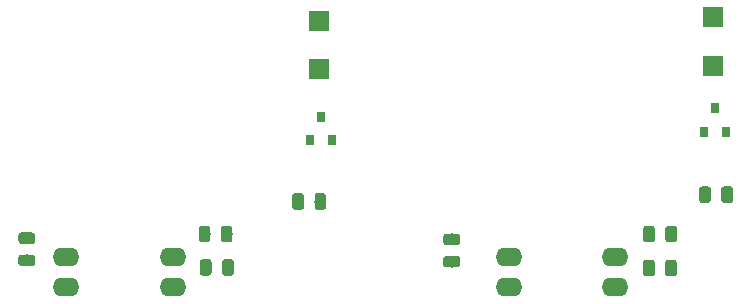
<source format=gtp>
G04 #@! TF.GenerationSoftware,KiCad,Pcbnew,(5.0.1)-3*
G04 #@! TF.CreationDate,2022-08-31T13:01:13+05:45*
G04 #@! TF.ProjectId,Relay-board,52656C61792D626F6172642E6B696361,rev?*
G04 #@! TF.SameCoordinates,Original*
G04 #@! TF.FileFunction,Paste,Top*
G04 #@! TF.FilePolarity,Positive*
%FSLAX46Y46*%
G04 Gerber Fmt 4.6, Leading zero omitted, Abs format (unit mm)*
G04 Created by KiCad (PCBNEW (5.0.1)-3) date 8/31/2022 1:01:13 PM*
%MOMM*%
%LPD*%
G01*
G04 APERTURE LIST*
%ADD10C,0.100000*%
%ADD11C,0.975000*%
%ADD12R,1.700000X1.800000*%
%ADD13O,2.250000X1.600000*%
%ADD14R,0.800000X0.900000*%
G04 APERTURE END LIST*
D10*
G04 #@! TO.C,DL1*
G36*
X168100142Y-93441174D02*
X168123803Y-93444684D01*
X168147007Y-93450496D01*
X168169529Y-93458554D01*
X168191153Y-93468782D01*
X168211670Y-93481079D01*
X168230883Y-93495329D01*
X168248607Y-93511393D01*
X168264671Y-93529117D01*
X168278921Y-93548330D01*
X168291218Y-93568847D01*
X168301446Y-93590471D01*
X168309504Y-93612993D01*
X168315316Y-93636197D01*
X168318826Y-93659858D01*
X168320000Y-93683750D01*
X168320000Y-94596250D01*
X168318826Y-94620142D01*
X168315316Y-94643803D01*
X168309504Y-94667007D01*
X168301446Y-94689529D01*
X168291218Y-94711153D01*
X168278921Y-94731670D01*
X168264671Y-94750883D01*
X168248607Y-94768607D01*
X168230883Y-94784671D01*
X168211670Y-94798921D01*
X168191153Y-94811218D01*
X168169529Y-94821446D01*
X168147007Y-94829504D01*
X168123803Y-94835316D01*
X168100142Y-94838826D01*
X168076250Y-94840000D01*
X167588750Y-94840000D01*
X167564858Y-94838826D01*
X167541197Y-94835316D01*
X167517993Y-94829504D01*
X167495471Y-94821446D01*
X167473847Y-94811218D01*
X167453330Y-94798921D01*
X167434117Y-94784671D01*
X167416393Y-94768607D01*
X167400329Y-94750883D01*
X167386079Y-94731670D01*
X167373782Y-94711153D01*
X167363554Y-94689529D01*
X167355496Y-94667007D01*
X167349684Y-94643803D01*
X167346174Y-94620142D01*
X167345000Y-94596250D01*
X167345000Y-93683750D01*
X167346174Y-93659858D01*
X167349684Y-93636197D01*
X167355496Y-93612993D01*
X167363554Y-93590471D01*
X167373782Y-93568847D01*
X167386079Y-93548330D01*
X167400329Y-93529117D01*
X167416393Y-93511393D01*
X167434117Y-93495329D01*
X167453330Y-93481079D01*
X167473847Y-93468782D01*
X167495471Y-93458554D01*
X167517993Y-93450496D01*
X167541197Y-93444684D01*
X167564858Y-93441174D01*
X167588750Y-93440000D01*
X168076250Y-93440000D01*
X168100142Y-93441174D01*
X168100142Y-93441174D01*
G37*
D11*
X167832500Y-94140000D03*
D10*
G36*
X169975142Y-93441174D02*
X169998803Y-93444684D01*
X170022007Y-93450496D01*
X170044529Y-93458554D01*
X170066153Y-93468782D01*
X170086670Y-93481079D01*
X170105883Y-93495329D01*
X170123607Y-93511393D01*
X170139671Y-93529117D01*
X170153921Y-93548330D01*
X170166218Y-93568847D01*
X170176446Y-93590471D01*
X170184504Y-93612993D01*
X170190316Y-93636197D01*
X170193826Y-93659858D01*
X170195000Y-93683750D01*
X170195000Y-94596250D01*
X170193826Y-94620142D01*
X170190316Y-94643803D01*
X170184504Y-94667007D01*
X170176446Y-94689529D01*
X170166218Y-94711153D01*
X170153921Y-94731670D01*
X170139671Y-94750883D01*
X170123607Y-94768607D01*
X170105883Y-94784671D01*
X170086670Y-94798921D01*
X170066153Y-94811218D01*
X170044529Y-94821446D01*
X170022007Y-94829504D01*
X169998803Y-94835316D01*
X169975142Y-94838826D01*
X169951250Y-94840000D01*
X169463750Y-94840000D01*
X169439858Y-94838826D01*
X169416197Y-94835316D01*
X169392993Y-94829504D01*
X169370471Y-94821446D01*
X169348847Y-94811218D01*
X169328330Y-94798921D01*
X169309117Y-94784671D01*
X169291393Y-94768607D01*
X169275329Y-94750883D01*
X169261079Y-94731670D01*
X169248782Y-94711153D01*
X169238554Y-94689529D01*
X169230496Y-94667007D01*
X169224684Y-94643803D01*
X169221174Y-94620142D01*
X169220000Y-94596250D01*
X169220000Y-93683750D01*
X169221174Y-93659858D01*
X169224684Y-93636197D01*
X169230496Y-93612993D01*
X169238554Y-93590471D01*
X169248782Y-93568847D01*
X169261079Y-93548330D01*
X169275329Y-93529117D01*
X169291393Y-93511393D01*
X169309117Y-93495329D01*
X169328330Y-93481079D01*
X169348847Y-93468782D01*
X169370471Y-93458554D01*
X169392993Y-93450496D01*
X169416197Y-93444684D01*
X169439858Y-93441174D01*
X169463750Y-93440000D01*
X169951250Y-93440000D01*
X169975142Y-93441174D01*
X169975142Y-93441174D01*
G37*
D11*
X169707500Y-94140000D03*
G04 #@! TD*
D10*
G04 #@! TO.C,DL2*
G36*
X132457642Y-93381174D02*
X132481303Y-93384684D01*
X132504507Y-93390496D01*
X132527029Y-93398554D01*
X132548653Y-93408782D01*
X132569170Y-93421079D01*
X132588383Y-93435329D01*
X132606107Y-93451393D01*
X132622171Y-93469117D01*
X132636421Y-93488330D01*
X132648718Y-93508847D01*
X132658946Y-93530471D01*
X132667004Y-93552993D01*
X132672816Y-93576197D01*
X132676326Y-93599858D01*
X132677500Y-93623750D01*
X132677500Y-94536250D01*
X132676326Y-94560142D01*
X132672816Y-94583803D01*
X132667004Y-94607007D01*
X132658946Y-94629529D01*
X132648718Y-94651153D01*
X132636421Y-94671670D01*
X132622171Y-94690883D01*
X132606107Y-94708607D01*
X132588383Y-94724671D01*
X132569170Y-94738921D01*
X132548653Y-94751218D01*
X132527029Y-94761446D01*
X132504507Y-94769504D01*
X132481303Y-94775316D01*
X132457642Y-94778826D01*
X132433750Y-94780000D01*
X131946250Y-94780000D01*
X131922358Y-94778826D01*
X131898697Y-94775316D01*
X131875493Y-94769504D01*
X131852971Y-94761446D01*
X131831347Y-94751218D01*
X131810830Y-94738921D01*
X131791617Y-94724671D01*
X131773893Y-94708607D01*
X131757829Y-94690883D01*
X131743579Y-94671670D01*
X131731282Y-94651153D01*
X131721054Y-94629529D01*
X131712996Y-94607007D01*
X131707184Y-94583803D01*
X131703674Y-94560142D01*
X131702500Y-94536250D01*
X131702500Y-93623750D01*
X131703674Y-93599858D01*
X131707184Y-93576197D01*
X131712996Y-93552993D01*
X131721054Y-93530471D01*
X131731282Y-93508847D01*
X131743579Y-93488330D01*
X131757829Y-93469117D01*
X131773893Y-93451393D01*
X131791617Y-93435329D01*
X131810830Y-93421079D01*
X131831347Y-93408782D01*
X131852971Y-93398554D01*
X131875493Y-93390496D01*
X131898697Y-93384684D01*
X131922358Y-93381174D01*
X131946250Y-93380000D01*
X132433750Y-93380000D01*
X132457642Y-93381174D01*
X132457642Y-93381174D01*
G37*
D11*
X132190000Y-94080000D03*
D10*
G36*
X130582642Y-93381174D02*
X130606303Y-93384684D01*
X130629507Y-93390496D01*
X130652029Y-93398554D01*
X130673653Y-93408782D01*
X130694170Y-93421079D01*
X130713383Y-93435329D01*
X130731107Y-93451393D01*
X130747171Y-93469117D01*
X130761421Y-93488330D01*
X130773718Y-93508847D01*
X130783946Y-93530471D01*
X130792004Y-93552993D01*
X130797816Y-93576197D01*
X130801326Y-93599858D01*
X130802500Y-93623750D01*
X130802500Y-94536250D01*
X130801326Y-94560142D01*
X130797816Y-94583803D01*
X130792004Y-94607007D01*
X130783946Y-94629529D01*
X130773718Y-94651153D01*
X130761421Y-94671670D01*
X130747171Y-94690883D01*
X130731107Y-94708607D01*
X130713383Y-94724671D01*
X130694170Y-94738921D01*
X130673653Y-94751218D01*
X130652029Y-94761446D01*
X130629507Y-94769504D01*
X130606303Y-94775316D01*
X130582642Y-94778826D01*
X130558750Y-94780000D01*
X130071250Y-94780000D01*
X130047358Y-94778826D01*
X130023697Y-94775316D01*
X130000493Y-94769504D01*
X129977971Y-94761446D01*
X129956347Y-94751218D01*
X129935830Y-94738921D01*
X129916617Y-94724671D01*
X129898893Y-94708607D01*
X129882829Y-94690883D01*
X129868579Y-94671670D01*
X129856282Y-94651153D01*
X129846054Y-94629529D01*
X129837996Y-94607007D01*
X129832184Y-94583803D01*
X129828674Y-94560142D01*
X129827500Y-94536250D01*
X129827500Y-93623750D01*
X129828674Y-93599858D01*
X129832184Y-93576197D01*
X129837996Y-93552993D01*
X129846054Y-93530471D01*
X129856282Y-93508847D01*
X129868579Y-93488330D01*
X129882829Y-93469117D01*
X129898893Y-93451393D01*
X129916617Y-93435329D01*
X129935830Y-93421079D01*
X129956347Y-93408782D01*
X129977971Y-93398554D01*
X130000493Y-93390496D01*
X130023697Y-93384684D01*
X130047358Y-93381174D01*
X130071250Y-93380000D01*
X130558750Y-93380000D01*
X130582642Y-93381174D01*
X130582642Y-93381174D01*
G37*
D11*
X130315000Y-94080000D03*
G04 #@! TD*
D10*
G04 #@! TO.C,R1*
G36*
X151610142Y-91233674D02*
X151633803Y-91237184D01*
X151657007Y-91242996D01*
X151679529Y-91251054D01*
X151701153Y-91261282D01*
X151721670Y-91273579D01*
X151740883Y-91287829D01*
X151758607Y-91303893D01*
X151774671Y-91321617D01*
X151788921Y-91340830D01*
X151801218Y-91361347D01*
X151811446Y-91382971D01*
X151819504Y-91405493D01*
X151825316Y-91428697D01*
X151828826Y-91452358D01*
X151830000Y-91476250D01*
X151830000Y-91963750D01*
X151828826Y-91987642D01*
X151825316Y-92011303D01*
X151819504Y-92034507D01*
X151811446Y-92057029D01*
X151801218Y-92078653D01*
X151788921Y-92099170D01*
X151774671Y-92118383D01*
X151758607Y-92136107D01*
X151740883Y-92152171D01*
X151721670Y-92166421D01*
X151701153Y-92178718D01*
X151679529Y-92188946D01*
X151657007Y-92197004D01*
X151633803Y-92202816D01*
X151610142Y-92206326D01*
X151586250Y-92207500D01*
X150673750Y-92207500D01*
X150649858Y-92206326D01*
X150626197Y-92202816D01*
X150602993Y-92197004D01*
X150580471Y-92188946D01*
X150558847Y-92178718D01*
X150538330Y-92166421D01*
X150519117Y-92152171D01*
X150501393Y-92136107D01*
X150485329Y-92118383D01*
X150471079Y-92099170D01*
X150458782Y-92078653D01*
X150448554Y-92057029D01*
X150440496Y-92034507D01*
X150434684Y-92011303D01*
X150431174Y-91987642D01*
X150430000Y-91963750D01*
X150430000Y-91476250D01*
X150431174Y-91452358D01*
X150434684Y-91428697D01*
X150440496Y-91405493D01*
X150448554Y-91382971D01*
X150458782Y-91361347D01*
X150471079Y-91340830D01*
X150485329Y-91321617D01*
X150501393Y-91303893D01*
X150519117Y-91287829D01*
X150538330Y-91273579D01*
X150558847Y-91261282D01*
X150580471Y-91251054D01*
X150602993Y-91242996D01*
X150626197Y-91237184D01*
X150649858Y-91233674D01*
X150673750Y-91232500D01*
X151586250Y-91232500D01*
X151610142Y-91233674D01*
X151610142Y-91233674D01*
G37*
D11*
X151130000Y-91720000D03*
D10*
G36*
X151610142Y-93108674D02*
X151633803Y-93112184D01*
X151657007Y-93117996D01*
X151679529Y-93126054D01*
X151701153Y-93136282D01*
X151721670Y-93148579D01*
X151740883Y-93162829D01*
X151758607Y-93178893D01*
X151774671Y-93196617D01*
X151788921Y-93215830D01*
X151801218Y-93236347D01*
X151811446Y-93257971D01*
X151819504Y-93280493D01*
X151825316Y-93303697D01*
X151828826Y-93327358D01*
X151830000Y-93351250D01*
X151830000Y-93838750D01*
X151828826Y-93862642D01*
X151825316Y-93886303D01*
X151819504Y-93909507D01*
X151811446Y-93932029D01*
X151801218Y-93953653D01*
X151788921Y-93974170D01*
X151774671Y-93993383D01*
X151758607Y-94011107D01*
X151740883Y-94027171D01*
X151721670Y-94041421D01*
X151701153Y-94053718D01*
X151679529Y-94063946D01*
X151657007Y-94072004D01*
X151633803Y-94077816D01*
X151610142Y-94081326D01*
X151586250Y-94082500D01*
X150673750Y-94082500D01*
X150649858Y-94081326D01*
X150626197Y-94077816D01*
X150602993Y-94072004D01*
X150580471Y-94063946D01*
X150558847Y-94053718D01*
X150538330Y-94041421D01*
X150519117Y-94027171D01*
X150501393Y-94011107D01*
X150485329Y-93993383D01*
X150471079Y-93974170D01*
X150458782Y-93953653D01*
X150448554Y-93932029D01*
X150440496Y-93909507D01*
X150434684Y-93886303D01*
X150431174Y-93862642D01*
X150430000Y-93838750D01*
X150430000Y-93351250D01*
X150431174Y-93327358D01*
X150434684Y-93303697D01*
X150440496Y-93280493D01*
X150448554Y-93257971D01*
X150458782Y-93236347D01*
X150471079Y-93215830D01*
X150485329Y-93196617D01*
X150501393Y-93178893D01*
X150519117Y-93162829D01*
X150538330Y-93148579D01*
X150558847Y-93136282D01*
X150580471Y-93126054D01*
X150602993Y-93117996D01*
X150626197Y-93112184D01*
X150649858Y-93108674D01*
X150673750Y-93107500D01*
X151586250Y-93107500D01*
X151610142Y-93108674D01*
X151610142Y-93108674D01*
G37*
D11*
X151130000Y-93595000D03*
G04 #@! TD*
D10*
G04 #@! TO.C,R2*
G36*
X169992642Y-90561174D02*
X170016303Y-90564684D01*
X170039507Y-90570496D01*
X170062029Y-90578554D01*
X170083653Y-90588782D01*
X170104170Y-90601079D01*
X170123383Y-90615329D01*
X170141107Y-90631393D01*
X170157171Y-90649117D01*
X170171421Y-90668330D01*
X170183718Y-90688847D01*
X170193946Y-90710471D01*
X170202004Y-90732993D01*
X170207816Y-90756197D01*
X170211326Y-90779858D01*
X170212500Y-90803750D01*
X170212500Y-91716250D01*
X170211326Y-91740142D01*
X170207816Y-91763803D01*
X170202004Y-91787007D01*
X170193946Y-91809529D01*
X170183718Y-91831153D01*
X170171421Y-91851670D01*
X170157171Y-91870883D01*
X170141107Y-91888607D01*
X170123383Y-91904671D01*
X170104170Y-91918921D01*
X170083653Y-91931218D01*
X170062029Y-91941446D01*
X170039507Y-91949504D01*
X170016303Y-91955316D01*
X169992642Y-91958826D01*
X169968750Y-91960000D01*
X169481250Y-91960000D01*
X169457358Y-91958826D01*
X169433697Y-91955316D01*
X169410493Y-91949504D01*
X169387971Y-91941446D01*
X169366347Y-91931218D01*
X169345830Y-91918921D01*
X169326617Y-91904671D01*
X169308893Y-91888607D01*
X169292829Y-91870883D01*
X169278579Y-91851670D01*
X169266282Y-91831153D01*
X169256054Y-91809529D01*
X169247996Y-91787007D01*
X169242184Y-91763803D01*
X169238674Y-91740142D01*
X169237500Y-91716250D01*
X169237500Y-90803750D01*
X169238674Y-90779858D01*
X169242184Y-90756197D01*
X169247996Y-90732993D01*
X169256054Y-90710471D01*
X169266282Y-90688847D01*
X169278579Y-90668330D01*
X169292829Y-90649117D01*
X169308893Y-90631393D01*
X169326617Y-90615329D01*
X169345830Y-90601079D01*
X169366347Y-90588782D01*
X169387971Y-90578554D01*
X169410493Y-90570496D01*
X169433697Y-90564684D01*
X169457358Y-90561174D01*
X169481250Y-90560000D01*
X169968750Y-90560000D01*
X169992642Y-90561174D01*
X169992642Y-90561174D01*
G37*
D11*
X169725000Y-91260000D03*
D10*
G36*
X168117642Y-90561174D02*
X168141303Y-90564684D01*
X168164507Y-90570496D01*
X168187029Y-90578554D01*
X168208653Y-90588782D01*
X168229170Y-90601079D01*
X168248383Y-90615329D01*
X168266107Y-90631393D01*
X168282171Y-90649117D01*
X168296421Y-90668330D01*
X168308718Y-90688847D01*
X168318946Y-90710471D01*
X168327004Y-90732993D01*
X168332816Y-90756197D01*
X168336326Y-90779858D01*
X168337500Y-90803750D01*
X168337500Y-91716250D01*
X168336326Y-91740142D01*
X168332816Y-91763803D01*
X168327004Y-91787007D01*
X168318946Y-91809529D01*
X168308718Y-91831153D01*
X168296421Y-91851670D01*
X168282171Y-91870883D01*
X168266107Y-91888607D01*
X168248383Y-91904671D01*
X168229170Y-91918921D01*
X168208653Y-91931218D01*
X168187029Y-91941446D01*
X168164507Y-91949504D01*
X168141303Y-91955316D01*
X168117642Y-91958826D01*
X168093750Y-91960000D01*
X167606250Y-91960000D01*
X167582358Y-91958826D01*
X167558697Y-91955316D01*
X167535493Y-91949504D01*
X167512971Y-91941446D01*
X167491347Y-91931218D01*
X167470830Y-91918921D01*
X167451617Y-91904671D01*
X167433893Y-91888607D01*
X167417829Y-91870883D01*
X167403579Y-91851670D01*
X167391282Y-91831153D01*
X167381054Y-91809529D01*
X167372996Y-91787007D01*
X167367184Y-91763803D01*
X167363674Y-91740142D01*
X167362500Y-91716250D01*
X167362500Y-90803750D01*
X167363674Y-90779858D01*
X167367184Y-90756197D01*
X167372996Y-90732993D01*
X167381054Y-90710471D01*
X167391282Y-90688847D01*
X167403579Y-90668330D01*
X167417829Y-90649117D01*
X167433893Y-90631393D01*
X167451617Y-90615329D01*
X167470830Y-90601079D01*
X167491347Y-90588782D01*
X167512971Y-90578554D01*
X167535493Y-90570496D01*
X167558697Y-90564684D01*
X167582358Y-90561174D01*
X167606250Y-90560000D01*
X168093750Y-90560000D01*
X168117642Y-90561174D01*
X168117642Y-90561174D01*
G37*
D11*
X167850000Y-91260000D03*
G04 #@! TD*
D10*
G04 #@! TO.C,R3*
G36*
X174725142Y-87231174D02*
X174748803Y-87234684D01*
X174772007Y-87240496D01*
X174794529Y-87248554D01*
X174816153Y-87258782D01*
X174836670Y-87271079D01*
X174855883Y-87285329D01*
X174873607Y-87301393D01*
X174889671Y-87319117D01*
X174903921Y-87338330D01*
X174916218Y-87358847D01*
X174926446Y-87380471D01*
X174934504Y-87402993D01*
X174940316Y-87426197D01*
X174943826Y-87449858D01*
X174945000Y-87473750D01*
X174945000Y-88386250D01*
X174943826Y-88410142D01*
X174940316Y-88433803D01*
X174934504Y-88457007D01*
X174926446Y-88479529D01*
X174916218Y-88501153D01*
X174903921Y-88521670D01*
X174889671Y-88540883D01*
X174873607Y-88558607D01*
X174855883Y-88574671D01*
X174836670Y-88588921D01*
X174816153Y-88601218D01*
X174794529Y-88611446D01*
X174772007Y-88619504D01*
X174748803Y-88625316D01*
X174725142Y-88628826D01*
X174701250Y-88630000D01*
X174213750Y-88630000D01*
X174189858Y-88628826D01*
X174166197Y-88625316D01*
X174142993Y-88619504D01*
X174120471Y-88611446D01*
X174098847Y-88601218D01*
X174078330Y-88588921D01*
X174059117Y-88574671D01*
X174041393Y-88558607D01*
X174025329Y-88540883D01*
X174011079Y-88521670D01*
X173998782Y-88501153D01*
X173988554Y-88479529D01*
X173980496Y-88457007D01*
X173974684Y-88433803D01*
X173971174Y-88410142D01*
X173970000Y-88386250D01*
X173970000Y-87473750D01*
X173971174Y-87449858D01*
X173974684Y-87426197D01*
X173980496Y-87402993D01*
X173988554Y-87380471D01*
X173998782Y-87358847D01*
X174011079Y-87338330D01*
X174025329Y-87319117D01*
X174041393Y-87301393D01*
X174059117Y-87285329D01*
X174078330Y-87271079D01*
X174098847Y-87258782D01*
X174120471Y-87248554D01*
X174142993Y-87240496D01*
X174166197Y-87234684D01*
X174189858Y-87231174D01*
X174213750Y-87230000D01*
X174701250Y-87230000D01*
X174725142Y-87231174D01*
X174725142Y-87231174D01*
G37*
D11*
X174457500Y-87930000D03*
D10*
G36*
X172850142Y-87231174D02*
X172873803Y-87234684D01*
X172897007Y-87240496D01*
X172919529Y-87248554D01*
X172941153Y-87258782D01*
X172961670Y-87271079D01*
X172980883Y-87285329D01*
X172998607Y-87301393D01*
X173014671Y-87319117D01*
X173028921Y-87338330D01*
X173041218Y-87358847D01*
X173051446Y-87380471D01*
X173059504Y-87402993D01*
X173065316Y-87426197D01*
X173068826Y-87449858D01*
X173070000Y-87473750D01*
X173070000Y-88386250D01*
X173068826Y-88410142D01*
X173065316Y-88433803D01*
X173059504Y-88457007D01*
X173051446Y-88479529D01*
X173041218Y-88501153D01*
X173028921Y-88521670D01*
X173014671Y-88540883D01*
X172998607Y-88558607D01*
X172980883Y-88574671D01*
X172961670Y-88588921D01*
X172941153Y-88601218D01*
X172919529Y-88611446D01*
X172897007Y-88619504D01*
X172873803Y-88625316D01*
X172850142Y-88628826D01*
X172826250Y-88630000D01*
X172338750Y-88630000D01*
X172314858Y-88628826D01*
X172291197Y-88625316D01*
X172267993Y-88619504D01*
X172245471Y-88611446D01*
X172223847Y-88601218D01*
X172203330Y-88588921D01*
X172184117Y-88574671D01*
X172166393Y-88558607D01*
X172150329Y-88540883D01*
X172136079Y-88521670D01*
X172123782Y-88501153D01*
X172113554Y-88479529D01*
X172105496Y-88457007D01*
X172099684Y-88433803D01*
X172096174Y-88410142D01*
X172095000Y-88386250D01*
X172095000Y-87473750D01*
X172096174Y-87449858D01*
X172099684Y-87426197D01*
X172105496Y-87402993D01*
X172113554Y-87380471D01*
X172123782Y-87358847D01*
X172136079Y-87338330D01*
X172150329Y-87319117D01*
X172166393Y-87301393D01*
X172184117Y-87285329D01*
X172203330Y-87271079D01*
X172223847Y-87258782D01*
X172245471Y-87248554D01*
X172267993Y-87240496D01*
X172291197Y-87234684D01*
X172314858Y-87231174D01*
X172338750Y-87230000D01*
X172826250Y-87230000D01*
X172850142Y-87231174D01*
X172850142Y-87231174D01*
G37*
D11*
X172582500Y-87930000D03*
G04 #@! TD*
D10*
G04 #@! TO.C,R4*
G36*
X115640142Y-91128674D02*
X115663803Y-91132184D01*
X115687007Y-91137996D01*
X115709529Y-91146054D01*
X115731153Y-91156282D01*
X115751670Y-91168579D01*
X115770883Y-91182829D01*
X115788607Y-91198893D01*
X115804671Y-91216617D01*
X115818921Y-91235830D01*
X115831218Y-91256347D01*
X115841446Y-91277971D01*
X115849504Y-91300493D01*
X115855316Y-91323697D01*
X115858826Y-91347358D01*
X115860000Y-91371250D01*
X115860000Y-91858750D01*
X115858826Y-91882642D01*
X115855316Y-91906303D01*
X115849504Y-91929507D01*
X115841446Y-91952029D01*
X115831218Y-91973653D01*
X115818921Y-91994170D01*
X115804671Y-92013383D01*
X115788607Y-92031107D01*
X115770883Y-92047171D01*
X115751670Y-92061421D01*
X115731153Y-92073718D01*
X115709529Y-92083946D01*
X115687007Y-92092004D01*
X115663803Y-92097816D01*
X115640142Y-92101326D01*
X115616250Y-92102500D01*
X114703750Y-92102500D01*
X114679858Y-92101326D01*
X114656197Y-92097816D01*
X114632993Y-92092004D01*
X114610471Y-92083946D01*
X114588847Y-92073718D01*
X114568330Y-92061421D01*
X114549117Y-92047171D01*
X114531393Y-92031107D01*
X114515329Y-92013383D01*
X114501079Y-91994170D01*
X114488782Y-91973653D01*
X114478554Y-91952029D01*
X114470496Y-91929507D01*
X114464684Y-91906303D01*
X114461174Y-91882642D01*
X114460000Y-91858750D01*
X114460000Y-91371250D01*
X114461174Y-91347358D01*
X114464684Y-91323697D01*
X114470496Y-91300493D01*
X114478554Y-91277971D01*
X114488782Y-91256347D01*
X114501079Y-91235830D01*
X114515329Y-91216617D01*
X114531393Y-91198893D01*
X114549117Y-91182829D01*
X114568330Y-91168579D01*
X114588847Y-91156282D01*
X114610471Y-91146054D01*
X114632993Y-91137996D01*
X114656197Y-91132184D01*
X114679858Y-91128674D01*
X114703750Y-91127500D01*
X115616250Y-91127500D01*
X115640142Y-91128674D01*
X115640142Y-91128674D01*
G37*
D11*
X115160000Y-91615000D03*
D10*
G36*
X115640142Y-93003674D02*
X115663803Y-93007184D01*
X115687007Y-93012996D01*
X115709529Y-93021054D01*
X115731153Y-93031282D01*
X115751670Y-93043579D01*
X115770883Y-93057829D01*
X115788607Y-93073893D01*
X115804671Y-93091617D01*
X115818921Y-93110830D01*
X115831218Y-93131347D01*
X115841446Y-93152971D01*
X115849504Y-93175493D01*
X115855316Y-93198697D01*
X115858826Y-93222358D01*
X115860000Y-93246250D01*
X115860000Y-93733750D01*
X115858826Y-93757642D01*
X115855316Y-93781303D01*
X115849504Y-93804507D01*
X115841446Y-93827029D01*
X115831218Y-93848653D01*
X115818921Y-93869170D01*
X115804671Y-93888383D01*
X115788607Y-93906107D01*
X115770883Y-93922171D01*
X115751670Y-93936421D01*
X115731153Y-93948718D01*
X115709529Y-93958946D01*
X115687007Y-93967004D01*
X115663803Y-93972816D01*
X115640142Y-93976326D01*
X115616250Y-93977500D01*
X114703750Y-93977500D01*
X114679858Y-93976326D01*
X114656197Y-93972816D01*
X114632993Y-93967004D01*
X114610471Y-93958946D01*
X114588847Y-93948718D01*
X114568330Y-93936421D01*
X114549117Y-93922171D01*
X114531393Y-93906107D01*
X114515329Y-93888383D01*
X114501079Y-93869170D01*
X114488782Y-93848653D01*
X114478554Y-93827029D01*
X114470496Y-93804507D01*
X114464684Y-93781303D01*
X114461174Y-93757642D01*
X114460000Y-93733750D01*
X114460000Y-93246250D01*
X114461174Y-93222358D01*
X114464684Y-93198697D01*
X114470496Y-93175493D01*
X114478554Y-93152971D01*
X114488782Y-93131347D01*
X114501079Y-93110830D01*
X114515329Y-93091617D01*
X114531393Y-93073893D01*
X114549117Y-93057829D01*
X114568330Y-93043579D01*
X114588847Y-93031282D01*
X114610471Y-93021054D01*
X114632993Y-93012996D01*
X114656197Y-93007184D01*
X114679858Y-93003674D01*
X114703750Y-93002500D01*
X115616250Y-93002500D01*
X115640142Y-93003674D01*
X115640142Y-93003674D01*
G37*
D11*
X115160000Y-93490000D03*
G04 #@! TD*
D10*
G04 #@! TO.C,R5*
G36*
X130480142Y-90561174D02*
X130503803Y-90564684D01*
X130527007Y-90570496D01*
X130549529Y-90578554D01*
X130571153Y-90588782D01*
X130591670Y-90601079D01*
X130610883Y-90615329D01*
X130628607Y-90631393D01*
X130644671Y-90649117D01*
X130658921Y-90668330D01*
X130671218Y-90688847D01*
X130681446Y-90710471D01*
X130689504Y-90732993D01*
X130695316Y-90756197D01*
X130698826Y-90779858D01*
X130700000Y-90803750D01*
X130700000Y-91716250D01*
X130698826Y-91740142D01*
X130695316Y-91763803D01*
X130689504Y-91787007D01*
X130681446Y-91809529D01*
X130671218Y-91831153D01*
X130658921Y-91851670D01*
X130644671Y-91870883D01*
X130628607Y-91888607D01*
X130610883Y-91904671D01*
X130591670Y-91918921D01*
X130571153Y-91931218D01*
X130549529Y-91941446D01*
X130527007Y-91949504D01*
X130503803Y-91955316D01*
X130480142Y-91958826D01*
X130456250Y-91960000D01*
X129968750Y-91960000D01*
X129944858Y-91958826D01*
X129921197Y-91955316D01*
X129897993Y-91949504D01*
X129875471Y-91941446D01*
X129853847Y-91931218D01*
X129833330Y-91918921D01*
X129814117Y-91904671D01*
X129796393Y-91888607D01*
X129780329Y-91870883D01*
X129766079Y-91851670D01*
X129753782Y-91831153D01*
X129743554Y-91809529D01*
X129735496Y-91787007D01*
X129729684Y-91763803D01*
X129726174Y-91740142D01*
X129725000Y-91716250D01*
X129725000Y-90803750D01*
X129726174Y-90779858D01*
X129729684Y-90756197D01*
X129735496Y-90732993D01*
X129743554Y-90710471D01*
X129753782Y-90688847D01*
X129766079Y-90668330D01*
X129780329Y-90649117D01*
X129796393Y-90631393D01*
X129814117Y-90615329D01*
X129833330Y-90601079D01*
X129853847Y-90588782D01*
X129875471Y-90578554D01*
X129897993Y-90570496D01*
X129921197Y-90564684D01*
X129944858Y-90561174D01*
X129968750Y-90560000D01*
X130456250Y-90560000D01*
X130480142Y-90561174D01*
X130480142Y-90561174D01*
G37*
D11*
X130212500Y-91260000D03*
D10*
G36*
X132355142Y-90561174D02*
X132378803Y-90564684D01*
X132402007Y-90570496D01*
X132424529Y-90578554D01*
X132446153Y-90588782D01*
X132466670Y-90601079D01*
X132485883Y-90615329D01*
X132503607Y-90631393D01*
X132519671Y-90649117D01*
X132533921Y-90668330D01*
X132546218Y-90688847D01*
X132556446Y-90710471D01*
X132564504Y-90732993D01*
X132570316Y-90756197D01*
X132573826Y-90779858D01*
X132575000Y-90803750D01*
X132575000Y-91716250D01*
X132573826Y-91740142D01*
X132570316Y-91763803D01*
X132564504Y-91787007D01*
X132556446Y-91809529D01*
X132546218Y-91831153D01*
X132533921Y-91851670D01*
X132519671Y-91870883D01*
X132503607Y-91888607D01*
X132485883Y-91904671D01*
X132466670Y-91918921D01*
X132446153Y-91931218D01*
X132424529Y-91941446D01*
X132402007Y-91949504D01*
X132378803Y-91955316D01*
X132355142Y-91958826D01*
X132331250Y-91960000D01*
X131843750Y-91960000D01*
X131819858Y-91958826D01*
X131796197Y-91955316D01*
X131772993Y-91949504D01*
X131750471Y-91941446D01*
X131728847Y-91931218D01*
X131708330Y-91918921D01*
X131689117Y-91904671D01*
X131671393Y-91888607D01*
X131655329Y-91870883D01*
X131641079Y-91851670D01*
X131628782Y-91831153D01*
X131618554Y-91809529D01*
X131610496Y-91787007D01*
X131604684Y-91763803D01*
X131601174Y-91740142D01*
X131600000Y-91716250D01*
X131600000Y-90803750D01*
X131601174Y-90779858D01*
X131604684Y-90756197D01*
X131610496Y-90732993D01*
X131618554Y-90710471D01*
X131628782Y-90688847D01*
X131641079Y-90668330D01*
X131655329Y-90649117D01*
X131671393Y-90631393D01*
X131689117Y-90615329D01*
X131708330Y-90601079D01*
X131728847Y-90588782D01*
X131750471Y-90578554D01*
X131772993Y-90570496D01*
X131796197Y-90564684D01*
X131819858Y-90561174D01*
X131843750Y-90560000D01*
X132331250Y-90560000D01*
X132355142Y-90561174D01*
X132355142Y-90561174D01*
G37*
D11*
X132087500Y-91260000D03*
G04 #@! TD*
D10*
G04 #@! TO.C,R6*
G36*
X140277642Y-87811174D02*
X140301303Y-87814684D01*
X140324507Y-87820496D01*
X140347029Y-87828554D01*
X140368653Y-87838782D01*
X140389170Y-87851079D01*
X140408383Y-87865329D01*
X140426107Y-87881393D01*
X140442171Y-87899117D01*
X140456421Y-87918330D01*
X140468718Y-87938847D01*
X140478946Y-87960471D01*
X140487004Y-87982993D01*
X140492816Y-88006197D01*
X140496326Y-88029858D01*
X140497500Y-88053750D01*
X140497500Y-88966250D01*
X140496326Y-88990142D01*
X140492816Y-89013803D01*
X140487004Y-89037007D01*
X140478946Y-89059529D01*
X140468718Y-89081153D01*
X140456421Y-89101670D01*
X140442171Y-89120883D01*
X140426107Y-89138607D01*
X140408383Y-89154671D01*
X140389170Y-89168921D01*
X140368653Y-89181218D01*
X140347029Y-89191446D01*
X140324507Y-89199504D01*
X140301303Y-89205316D01*
X140277642Y-89208826D01*
X140253750Y-89210000D01*
X139766250Y-89210000D01*
X139742358Y-89208826D01*
X139718697Y-89205316D01*
X139695493Y-89199504D01*
X139672971Y-89191446D01*
X139651347Y-89181218D01*
X139630830Y-89168921D01*
X139611617Y-89154671D01*
X139593893Y-89138607D01*
X139577829Y-89120883D01*
X139563579Y-89101670D01*
X139551282Y-89081153D01*
X139541054Y-89059529D01*
X139532996Y-89037007D01*
X139527184Y-89013803D01*
X139523674Y-88990142D01*
X139522500Y-88966250D01*
X139522500Y-88053750D01*
X139523674Y-88029858D01*
X139527184Y-88006197D01*
X139532996Y-87982993D01*
X139541054Y-87960471D01*
X139551282Y-87938847D01*
X139563579Y-87918330D01*
X139577829Y-87899117D01*
X139593893Y-87881393D01*
X139611617Y-87865329D01*
X139630830Y-87851079D01*
X139651347Y-87838782D01*
X139672971Y-87828554D01*
X139695493Y-87820496D01*
X139718697Y-87814684D01*
X139742358Y-87811174D01*
X139766250Y-87810000D01*
X140253750Y-87810000D01*
X140277642Y-87811174D01*
X140277642Y-87811174D01*
G37*
D11*
X140010000Y-88510000D03*
D10*
G36*
X138402642Y-87811174D02*
X138426303Y-87814684D01*
X138449507Y-87820496D01*
X138472029Y-87828554D01*
X138493653Y-87838782D01*
X138514170Y-87851079D01*
X138533383Y-87865329D01*
X138551107Y-87881393D01*
X138567171Y-87899117D01*
X138581421Y-87918330D01*
X138593718Y-87938847D01*
X138603946Y-87960471D01*
X138612004Y-87982993D01*
X138617816Y-88006197D01*
X138621326Y-88029858D01*
X138622500Y-88053750D01*
X138622500Y-88966250D01*
X138621326Y-88990142D01*
X138617816Y-89013803D01*
X138612004Y-89037007D01*
X138603946Y-89059529D01*
X138593718Y-89081153D01*
X138581421Y-89101670D01*
X138567171Y-89120883D01*
X138551107Y-89138607D01*
X138533383Y-89154671D01*
X138514170Y-89168921D01*
X138493653Y-89181218D01*
X138472029Y-89191446D01*
X138449507Y-89199504D01*
X138426303Y-89205316D01*
X138402642Y-89208826D01*
X138378750Y-89210000D01*
X137891250Y-89210000D01*
X137867358Y-89208826D01*
X137843697Y-89205316D01*
X137820493Y-89199504D01*
X137797971Y-89191446D01*
X137776347Y-89181218D01*
X137755830Y-89168921D01*
X137736617Y-89154671D01*
X137718893Y-89138607D01*
X137702829Y-89120883D01*
X137688579Y-89101670D01*
X137676282Y-89081153D01*
X137666054Y-89059529D01*
X137657996Y-89037007D01*
X137652184Y-89013803D01*
X137648674Y-88990142D01*
X137647500Y-88966250D01*
X137647500Y-88053750D01*
X137648674Y-88029858D01*
X137652184Y-88006197D01*
X137657996Y-87982993D01*
X137666054Y-87960471D01*
X137676282Y-87938847D01*
X137688579Y-87918330D01*
X137702829Y-87899117D01*
X137718893Y-87881393D01*
X137736617Y-87865329D01*
X137755830Y-87851079D01*
X137776347Y-87838782D01*
X137797971Y-87828554D01*
X137820493Y-87820496D01*
X137843697Y-87814684D01*
X137867358Y-87811174D01*
X137891250Y-87810000D01*
X138378750Y-87810000D01*
X138402642Y-87811174D01*
X138402642Y-87811174D01*
G37*
D11*
X138135000Y-88510000D03*
G04 #@! TD*
D12*
G04 #@! TO.C,D1*
X173290000Y-72920000D03*
X173290000Y-77020000D03*
G04 #@! TD*
G04 #@! TO.C,D2*
X139880000Y-77330000D03*
X139880000Y-73230000D03*
G04 #@! TD*
D13*
G04 #@! TO.C,U1*
X156000000Y-93230000D03*
X156000000Y-95770000D03*
X165000000Y-95770000D03*
X165000000Y-93230000D03*
G04 #@! TD*
G04 #@! TO.C,U2*
X127500000Y-93230000D03*
X127500000Y-95770000D03*
X118500000Y-95770000D03*
X118500000Y-93230000D03*
G04 #@! TD*
D14*
G04 #@! TO.C,Q1*
X172500000Y-82590000D03*
X174400000Y-82590000D03*
X173450000Y-80590000D03*
G04 #@! TD*
G04 #@! TO.C,Q2*
X140050000Y-81330000D03*
X141000000Y-83330000D03*
X139100000Y-83330000D03*
G04 #@! TD*
M02*

</source>
